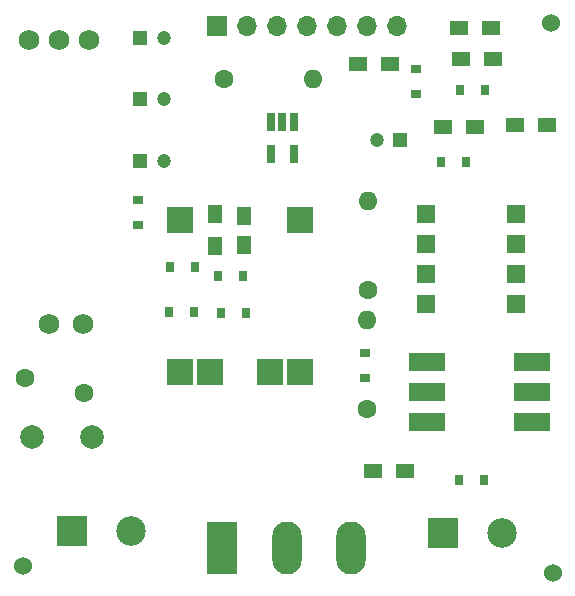
<source format=gbs>
G04 #@! TF.GenerationSoftware,KiCad,Pcbnew,5.1.6-c6e7f7d~87~ubuntu18.04.1*
G04 #@! TF.CreationDate,2020-10-10T14:26:16+05:30*
G04 #@! TF.ProjectId,BackEnd_HeavyDevice_v1,4261636b-456e-4645-9f48-656176794465,rev?*
G04 #@! TF.SameCoordinates,Original*
G04 #@! TF.FileFunction,Soldermask,Bot*
G04 #@! TF.FilePolarity,Negative*
%FSLAX46Y46*%
G04 Gerber Fmt 4.6, Leading zero omitted, Abs format (unit mm)*
G04 Created by KiCad (PCBNEW 5.1.6-c6e7f7d~87~ubuntu18.04.1) date 2020-10-10 14:26:16*
%MOMM*%
%LPD*%
G01*
G04 APERTURE LIST*
%ADD10C,1.524000*%
%ADD11C,1.200000*%
%ADD12R,1.200000X1.200000*%
%ADD13C,1.600000*%
%ADD14O,1.600000X1.600000*%
%ADD15R,1.250000X1.500000*%
%ADD16R,0.800000X0.900000*%
%ADD17R,0.900000X0.800000*%
%ADD18C,2.000000*%
%ADD19R,1.600000X1.600000*%
%ADD20C,2.500000*%
%ADD21R,2.500000X2.500000*%
%ADD22O,1.700000X1.700000*%
%ADD23R,1.700000X1.700000*%
%ADD24O,2.500000X4.500000*%
%ADD25R,2.500000X4.500000*%
%ADD26R,1.500000X1.300000*%
%ADD27R,1.300000X1.500000*%
%ADD28R,2.286000X2.286000*%
%ADD29C,1.750000*%
%ADD30R,3.100000X1.600000*%
%ADD31R,0.650000X1.560000*%
G04 APERTURE END LIST*
D10*
X153101000Y-135156000D03*
X108222000Y-134567000D03*
X152916000Y-88577400D03*
D11*
X120161000Y-100294000D03*
D12*
X118161000Y-100294000D03*
D11*
X120166000Y-89893100D03*
D12*
X118166000Y-89893100D03*
D13*
X125291000Y-93370400D03*
D14*
X132791000Y-93370400D03*
D12*
X140178000Y-98473300D03*
D11*
X138178000Y-98473300D03*
D14*
X137350000Y-113780000D03*
D13*
X137350000Y-121280000D03*
D12*
X118166000Y-95079800D03*
D11*
X120166000Y-95079800D03*
D15*
X126967000Y-104912000D03*
X126967000Y-107412000D03*
D14*
X137427000Y-103714000D03*
D13*
X137427000Y-111214000D03*
D16*
X147253000Y-127284000D03*
X145153000Y-127284000D03*
D17*
X137229000Y-118677000D03*
X137229000Y-116577000D03*
X117986000Y-103613000D03*
X117986000Y-105713000D03*
D16*
X147334000Y-94300000D03*
X145234000Y-94300000D03*
X120695000Y-109276000D03*
X122795000Y-109276000D03*
X122708000Y-113063000D03*
X120608000Y-113063000D03*
X127131000Y-113182000D03*
X125031000Y-113182000D03*
X145769000Y-100396000D03*
X143669000Y-100396000D03*
D17*
X141503000Y-94608400D03*
X141503000Y-92508400D03*
D16*
X126831000Y-110015000D03*
X124731000Y-110015000D03*
D18*
X109035000Y-123668000D03*
X114115000Y-123678000D03*
D19*
X149972000Y-112425000D03*
X142352000Y-104805000D03*
X149972000Y-109885000D03*
X142352000Y-107345000D03*
X149972000Y-107345000D03*
X142352000Y-109885000D03*
X149972000Y-104805000D03*
X142352000Y-112425000D03*
D20*
X117418000Y-131648000D03*
D21*
X112418000Y-131648000D03*
D22*
X139903000Y-88902500D03*
X137363000Y-88902500D03*
X134823000Y-88902500D03*
X132283000Y-88902500D03*
X129743000Y-88902500D03*
X127203000Y-88902500D03*
D23*
X124663000Y-88902500D03*
D21*
X143784000Y-131803000D03*
D20*
X148784000Y-131803000D03*
D24*
X136036000Y-133068000D03*
X130586000Y-133068000D03*
D25*
X125136000Y-133068000D03*
D26*
X139313000Y-92095300D03*
X136613000Y-92095300D03*
D27*
X124506000Y-104789000D03*
X124506000Y-107489000D03*
D26*
X152589000Y-97266800D03*
X149889000Y-97266800D03*
X145180000Y-88996500D03*
X147880000Y-88996500D03*
X146524000Y-97373400D03*
X143824000Y-97373400D03*
X145320000Y-91648300D03*
X148020000Y-91648300D03*
X137892000Y-126520000D03*
X140592000Y-126520000D03*
D28*
X131711000Y-105276000D03*
X121531000Y-105276000D03*
X131691000Y-118196000D03*
X129151000Y-118196000D03*
X124071000Y-118196000D03*
X121531000Y-118196000D03*
D13*
X113400000Y-119936000D03*
X108400000Y-118636000D03*
D29*
X108791000Y-90050500D03*
X113871000Y-90050500D03*
X111331000Y-90050500D03*
X110441000Y-114050500D03*
X113301000Y-114050500D03*
D30*
X142464000Y-122410000D03*
X151354000Y-117330000D03*
X142464000Y-119870000D03*
X151354000Y-119870000D03*
X142464000Y-117330000D03*
X151354000Y-122410000D03*
D31*
X129266000Y-99721700D03*
X131166000Y-99721700D03*
X131166000Y-97021700D03*
X130216000Y-97021700D03*
X129266000Y-97021700D03*
M02*

</source>
